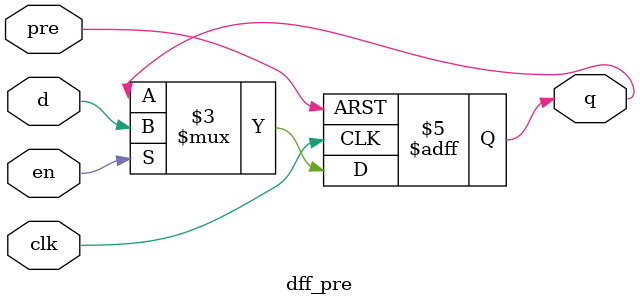
<source format=v>
`timescale 1ns / 1ps
module dff_pre(
    input d,
    input pre,
    input en,
    input clk,
    output reg q
    );
	 
	 always @(posedge clk or posedge pre) begin
		if(pre == 1'b1)
			q <= 1'b1;
		else if(en)
			q <= d;
	end
	
endmodule

</source>
